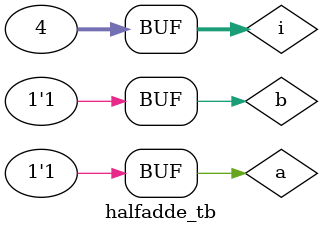
<source format=v>
module halfadde(a,b,s,c);
input a,b;
output s,c;
xor(s,a,b);
and(c,a,b);
endmodule

module halfadde_tb;
reg a,b;
wire s,c;
halfadde h1(a,b,s,c);
integer i;
initial
begin
for(i=0;i<4;i=i+1)
begin
#2 {a,b}=i;
end
end
endmodule

</source>
